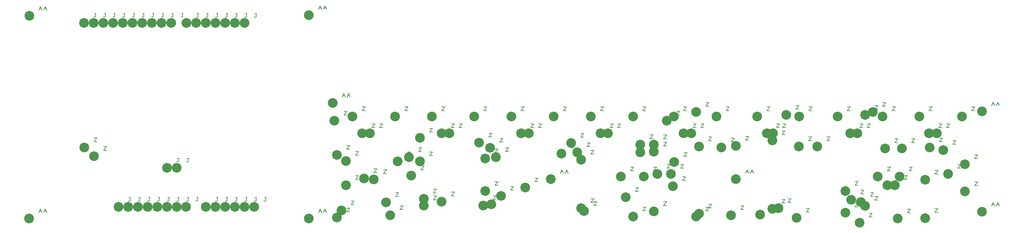
<source format=gbr>
G04 DesignSpark PCB Gerber Version 11.0 Build 5877*
G04 #@! TF.Part,Single*
G04 #@! TF.FileFunction,Drillmap*
G04 #@! TF.FilePolarity,Positive*
%FSLAX35Y35*%
%MOIN*%
%ADD22C,0.00500*%
G04 #@! TA.AperFunction,ViaPad*
%ADD21C,0.10000*%
G04 #@! TD.AperFunction*
X0Y0D02*
D02*
D21*
X80927Y13417D03*
X80967Y222703D03*
X137390Y215239D03*
X137630Y86750D03*
X147390Y215240D03*
X147630Y77750D03*
X157388Y215239D03*
X167388D03*
X173215Y25152D03*
X177388Y215239D03*
X183215Y25152D03*
X187388Y215239D03*
X193215Y25152D03*
X197388Y215239D03*
X203215Y25152D03*
X207388Y215239D03*
X213215Y25152D03*
X217388Y215239D03*
X223213Y65652D03*
X223215Y25152D03*
X227388Y215239D03*
X233213Y65652D03*
X233215Y25152D03*
X242750Y25250D03*
X243215Y215152D03*
X253215D03*
X263215Y25152D03*
Y215152D03*
X273215Y25152D03*
Y215152D03*
X283215Y25152D03*
Y215152D03*
X293215Y25152D03*
Y215152D03*
X303215Y25152D03*
Y215152D03*
X313215Y25152D03*
X369512Y223262D03*
X369514Y13417D03*
X394000Y132750D03*
X395734Y114250D03*
X398500Y14250D03*
Y79000D03*
X403000Y21500D03*
X407750Y47750D03*
Y72750D03*
X414500Y118750D03*
X424500Y101250D03*
X426500Y54750D03*
X432500Y101250D03*
X436500Y53750D03*
X449000Y30093D03*
X453500Y16500D03*
X458500Y118750D03*
X461250Y72250D03*
X472750Y76500D03*
X475250Y57750D03*
X484000Y72250D03*
Y96500D03*
X488000Y26750D03*
Y33750D03*
X496500Y118750D03*
X506500Y30750D03*
Y101250D03*
X514500D03*
X540000Y118750D03*
X545250Y91500D03*
X549500Y26750D03*
X551500Y41500D03*
Y75250D03*
X556500Y86250D03*
X557750Y28016D03*
X562500Y76500D03*
X567750Y36500D03*
X578500Y118750D03*
X588500Y101250D03*
X592750Y45250D03*
X596500Y101250D03*
X619000Y54000D03*
X622000Y118750D03*
X630250Y80250D03*
X640000Y91250D03*
X646500Y81500D03*
X650500Y24018D03*
Y74000D03*
X653500Y21018D03*
X660500Y118750D03*
X670500Y101250D03*
X678000D03*
X691500Y56500D03*
X696500Y35250D03*
X704000Y15250D03*
Y118750D03*
X711500Y81500D03*
Y89750D03*
X715250Y56500D03*
X725500Y20750D03*
Y82250D03*
Y89750D03*
X729079Y59250D03*
X738921Y114250D03*
X743000Y59250D03*
X745250Y46500D03*
X746000Y118750D03*
X746500Y71500D03*
X756000Y101250D03*
X764000D03*
X769000Y15250D03*
Y123250D03*
X772000Y18250D03*
Y87750D03*
X790000Y118750D03*
X795250Y86500D03*
X805250Y16500D03*
X810250Y54000D03*
Y88250D03*
X832000Y118750D03*
X835250Y17250D03*
X842000Y101250D03*
X847750Y23250D03*
Y94000D03*
X848500Y101250D03*
X854000Y24070D03*
X862000Y120250D03*
X872750Y14000D03*
X875250Y87750D03*
X875500Y118750D03*
X894000Y87750D03*
X915000Y118750D03*
X923000Y19250D03*
Y41750D03*
X928000Y101250D03*
X929000Y32750D03*
X935500Y101250D03*
X937750Y9000D03*
X939000Y30250D03*
X943500Y26250D03*
Y120250D03*
X951500Y123250D03*
X956500Y56500D03*
X961500Y118750D03*
X964000Y85750D03*
X966500Y47750D03*
X974000D03*
X977000Y13250D03*
X979000Y56500D03*
X981500Y85750D03*
X999500Y118750D03*
X1005500Y13750D03*
Y53250D03*
X1009500Y101250D03*
X1010250Y86500D03*
X1017500Y101250D03*
X1024000Y84000D03*
X1029000Y59250D03*
X1043500Y118750D03*
X1046500Y41250D03*
Y69250D03*
X1064000Y20250D03*
Y124000D03*
D02*
D22*
X90927Y19355D02*
X92490Y23105D01*
X94052Y19355D01*
X91552Y20917D02*
X93427D01*
X95927Y19355D02*
X97490Y23105D01*
X99052Y19355D01*
X96552Y20917D02*
X98427D01*
X90967Y228640D02*
X92529Y232390D01*
X94092Y228640D01*
X91592Y230203D02*
X93467D01*
X95967Y228640D02*
X97529Y232390D01*
X99092Y228640D01*
X96592Y230203D02*
X98467D01*
X147390Y221801D02*
X147702Y221489D01*
X148327Y221176D01*
X148952Y221489D01*
X149265Y221801D01*
Y224926D01*
X149890D01*
X149265D02*
X148015D01*
X147630Y96437D02*
X150755D01*
X147630Y92687D01*
X150755D01*
X157390Y221803D02*
X157702Y221490D01*
X158327Y221178D01*
X158952Y221490D01*
X159265Y221803D01*
Y224928D01*
X159890D01*
X159265D02*
X158015D01*
X157630Y87437D02*
X160755D01*
X157630Y83687D01*
X160755D01*
X167388Y221801D02*
X167700Y221489D01*
X168325Y221176D01*
X168950Y221489D01*
X169263Y221801D01*
Y224926D01*
X169888D01*
X169263D02*
X168013D01*
X177388Y221801D02*
X177700Y221489D01*
X178325Y221176D01*
X178950Y221489D01*
X179263Y221801D01*
Y224926D01*
X179888D01*
X179263D02*
X178013D01*
X183215Y31715D02*
X183527Y31402D01*
X184152Y31089D01*
X184777Y31402D01*
X185090Y31715D01*
Y34839D01*
X185715D01*
X185090D02*
X183840D01*
X187388Y221801D02*
X187700Y221489D01*
X188325Y221176D01*
X188950Y221489D01*
X189263Y221801D01*
Y224926D01*
X189888D01*
X189263D02*
X188013D01*
X193215Y31715D02*
X193527Y31402D01*
X194152Y31089D01*
X194777Y31402D01*
X195090Y31715D01*
Y34839D01*
X195715D01*
X195090D02*
X193840D01*
X197388Y221801D02*
X197700Y221489D01*
X198325Y221176D01*
X198950Y221489D01*
X199263Y221801D01*
Y224926D01*
X199888D01*
X199263D02*
X198013D01*
X203215Y31715D02*
X203527Y31402D01*
X204152Y31089D01*
X204777Y31402D01*
X205090Y31715D01*
Y34839D01*
X205715D01*
X205090D02*
X203840D01*
X207388Y221801D02*
X207700Y221489D01*
X208325Y221176D01*
X208950Y221489D01*
X209263Y221801D01*
Y224926D01*
X209888D01*
X209263D02*
X208013D01*
X213215Y31715D02*
X213527Y31402D01*
X214152Y31089D01*
X214777Y31402D01*
X215090Y31715D01*
Y34839D01*
X215715D01*
X215090D02*
X213840D01*
X217388Y221801D02*
X217700Y221489D01*
X218325Y221176D01*
X218950Y221489D01*
X219263Y221801D01*
Y224926D01*
X219888D01*
X219263D02*
X218013D01*
X223215Y31715D02*
X223527Y31402D01*
X224152Y31089D01*
X224777Y31402D01*
X225090Y31715D01*
Y34839D01*
X225715D01*
X225090D02*
X223840D01*
X227388Y221801D02*
X227700Y221489D01*
X228325Y221176D01*
X228950Y221489D01*
X229263Y221801D01*
Y224926D01*
X229888D01*
X229263D02*
X228013D01*
X233213Y72214D02*
X233525Y71902D01*
X234150Y71589D01*
X234775Y71902D01*
X235088Y72214D01*
Y75339D01*
X235713D01*
X235088D02*
X233838D01*
X233215Y31714D02*
X233527Y31402D01*
X234152Y31089D01*
X234777Y31402D01*
X235090Y31714D01*
Y34839D01*
X235715D01*
X235090D02*
X233840D01*
X237388Y221801D02*
X237700Y221489D01*
X238325Y221176D01*
X238950Y221489D01*
X239263Y221801D01*
Y224926D01*
X239888D01*
X239263D02*
X238013D01*
X243213Y72214D02*
X243525Y71902D01*
X244150Y71589D01*
X244775Y71902D01*
X245088Y72214D01*
Y75339D01*
X245713D01*
X245088D02*
X243838D01*
X243215Y31715D02*
X243527Y31402D01*
X244152Y31089D01*
X244777Y31402D01*
X245090Y31715D01*
Y34839D01*
X245715D01*
X245090D02*
X243840D01*
X252750Y31813D02*
X253063Y31500D01*
X253687Y31187D01*
X254313Y31500D01*
X254625Y31813D01*
Y34937D01*
X255250D01*
X254625D02*
X253375D01*
X253215Y221715D02*
X253527Y221402D01*
X254152Y221089D01*
X254777Y221402D01*
X255090Y221715D01*
Y224839D01*
X255715D01*
X255090D02*
X253840D01*
X263215Y221715D02*
X263527Y221402D01*
X264152Y221089D01*
X264777Y221402D01*
X265090Y221715D01*
Y224839D01*
X265715D01*
X265090D02*
X263840D01*
X273215Y31715D02*
X273527Y31402D01*
X274152Y31089D01*
X274777Y31402D01*
X275090Y31715D01*
Y34839D01*
X275715D01*
X275090D02*
X273840D01*
X273215Y221715D02*
X273527Y221402D01*
X274152Y221089D01*
X274777Y221402D01*
X275090Y221715D01*
Y224839D01*
X275715D01*
X275090D02*
X273840D01*
X283215Y31715D02*
X283527Y31402D01*
X284152Y31089D01*
X284777Y31402D01*
X285090Y31715D01*
Y34839D01*
X285715D01*
X285090D02*
X283840D01*
X283215Y221715D02*
X283527Y221402D01*
X284152Y221089D01*
X284777Y221402D01*
X285090Y221715D01*
Y224839D01*
X285715D01*
X285090D02*
X283840D01*
X293215Y31715D02*
X293527Y31402D01*
X294152Y31089D01*
X294777Y31402D01*
X295090Y31715D01*
Y34839D01*
X295715D01*
X295090D02*
X293840D01*
X293215Y221715D02*
X293527Y221402D01*
X294152Y221089D01*
X294777Y221402D01*
X295090Y221715D01*
Y224839D01*
X295715D01*
X295090D02*
X293840D01*
X303215Y31715D02*
X303527Y31402D01*
X304152Y31089D01*
X304777Y31402D01*
X305090Y31715D01*
Y34839D01*
X305715D01*
X305090D02*
X303840D01*
X303215Y221715D02*
X303527Y221402D01*
X304152Y221089D01*
X304777Y221402D01*
X305090Y221715D01*
Y224839D01*
X305715D01*
X305090D02*
X303840D01*
X313215Y31715D02*
X313527Y31402D01*
X314152Y31089D01*
X314777Y31402D01*
X315090Y31715D01*
Y34839D01*
X315715D01*
X315090D02*
X313840D01*
X313215Y221715D02*
X313527Y221402D01*
X314152Y221089D01*
X314777Y221402D01*
X315090Y221715D01*
Y224839D01*
X315715D01*
X315090D02*
X313840D01*
X323215Y31715D02*
X323527Y31402D01*
X324152Y31089D01*
X324777Y31402D01*
X325090Y31715D01*
Y34839D01*
X325715D01*
X325090D02*
X323840D01*
X379512Y229199D02*
X381074Y232949D01*
X382637Y229199D01*
X380137Y230762D02*
X382012D01*
X384512Y229199D02*
X386074Y232949D01*
X387637Y229199D01*
X385137Y230762D02*
X387012D01*
X379514Y19355D02*
X381076Y23105D01*
X382639Y19355D01*
X380139Y20917D02*
X382014D01*
X384514Y19355D02*
X386076Y23105D01*
X387639Y19355D01*
X385139Y20917D02*
X387014D01*
X404000Y138687D02*
X405563Y142437D01*
X407125Y138687D01*
X404625Y140250D02*
X406500D01*
X409000Y138687D02*
X410563Y142437D01*
X412125Y138687D01*
X409625Y140250D02*
X411500D01*
X405734Y123937D02*
X408859D01*
X405734Y120187D01*
X408859D01*
X408500Y23937D02*
X411625D01*
X408500Y20187D01*
X411625D01*
X408500Y88687D02*
X411625D01*
X408500Y84937D01*
X411625D01*
X413000Y31187D02*
X416125D01*
X413000Y27437D01*
X416125D01*
X417750Y57437D02*
X420875D01*
X417750Y53687D01*
X420875D01*
X417750Y82437D02*
X420875D01*
X417750Y78687D01*
X420875D01*
X424500Y128437D02*
X427625D01*
X424500Y124687D01*
X427625D01*
X434500Y110937D02*
X437625D01*
X434500Y107187D01*
X437625D01*
X436500Y64437D02*
X439625D01*
X436500Y60687D01*
X439625D01*
X442500Y110937D02*
X445625D01*
X442500Y107187D01*
X445625D01*
X446500Y63437D02*
X449625D01*
X446500Y59687D01*
X449625D01*
X459000Y39780D02*
X462125D01*
X459000Y36030D01*
X462125D01*
X463500Y26187D02*
X466625D01*
X463500Y22437D01*
X466625D01*
X468500Y128437D02*
X471625D01*
X468500Y124687D01*
X471625D01*
X471250Y81937D02*
X474375D01*
X471250Y78187D01*
X474375D01*
X482750Y86187D02*
X485875D01*
X482750Y82437D01*
X485875D01*
X485250Y67437D02*
X488375D01*
X485250Y63687D01*
X488375D01*
X494000Y81937D02*
X497125D01*
X494000Y78187D01*
X497125D01*
X494000Y106187D02*
X497125D01*
X494000Y102437D01*
X497125D01*
X498000Y36437D02*
X501125D01*
X498000Y32687D01*
X501125D01*
X498000Y43437D02*
X501125D01*
X498000Y39687D01*
X501125D01*
X506500Y128437D02*
X509625D01*
X506500Y124687D01*
X509625D01*
X516500Y40437D02*
X519625D01*
X516500Y36687D01*
X519625D01*
X516500Y110937D02*
X519625D01*
X516500Y107187D01*
X519625D01*
X524500Y110937D02*
X527625D01*
X524500Y107187D01*
X527625D01*
X550000Y128437D02*
X553125D01*
X550000Y124687D01*
X553125D01*
X555250Y101187D02*
X558375D01*
X555250Y97437D01*
X558375D01*
X559500Y36437D02*
X562625D01*
X559500Y32687D01*
X562625D01*
X561500Y51187D02*
X564625D01*
X561500Y47437D01*
X564625D01*
X561500Y84937D02*
X564625D01*
X561500Y81187D01*
X564625D01*
X566500Y95937D02*
X569625D01*
X566500Y92187D01*
X569625D01*
X567750Y37703D02*
X570875D01*
X567750Y33953D01*
X570875D01*
X572500Y86187D02*
X575625D01*
X572500Y82437D01*
X575625D01*
X577750Y46187D02*
X580875D01*
X577750Y42437D01*
X580875D01*
X588500Y128437D02*
X591625D01*
X588500Y124687D01*
X591625D01*
X598500Y110937D02*
X601625D01*
X598500Y107187D01*
X601625D01*
X602750Y54937D02*
X605875D01*
X602750Y51187D01*
X605875D01*
X606500Y110937D02*
X609625D01*
X606500Y107187D01*
X609625D01*
X629000Y59937D02*
X630563Y63687D01*
X632125Y59937D01*
X629625Y61500D02*
X631500D01*
X634000Y59937D02*
X635563Y63687D01*
X637125Y59937D01*
X634625Y61500D02*
X636500D01*
X632000Y128437D02*
X635125D01*
X632000Y124687D01*
X635125D01*
X640250Y89937D02*
X643375D01*
X640250Y86187D01*
X643375D01*
X650000Y100937D02*
X653125D01*
X650000Y97187D01*
X653125D01*
X656500Y91187D02*
X659625D01*
X656500Y87437D01*
X659625D01*
X660500Y33705D02*
X663625D01*
X660500Y29955D01*
X663625D01*
X660500Y83687D02*
X663625D01*
X660500Y79937D01*
X663625D01*
X663500Y30705D02*
X666625D01*
X663500Y26955D01*
X666625D01*
X670500Y128437D02*
X673625D01*
X670500Y124687D01*
X673625D01*
X680500Y110937D02*
X683625D01*
X680500Y107187D01*
X683625D01*
X688000Y110937D02*
X691125D01*
X688000Y107187D01*
X691125D01*
X701500Y66187D02*
X704625D01*
X701500Y62437D01*
X704625D01*
X706500Y44937D02*
X709625D01*
X706500Y41187D01*
X709625D01*
X714000Y24937D02*
X717125D01*
X714000Y21187D01*
X717125D01*
X714000Y128437D02*
X717125D01*
X714000Y124687D01*
X717125D01*
X721500Y91187D02*
X724625D01*
X721500Y87437D01*
X724625D01*
X721500Y99437D02*
X724625D01*
X721500Y95687D01*
X724625D01*
X725250Y66187D02*
X728375D01*
X725250Y62437D01*
X728375D01*
X735500Y30437D02*
X738625D01*
X735500Y26687D01*
X738625D01*
X735500Y91937D02*
X738625D01*
X735500Y88187D01*
X738625D01*
X735500Y99437D02*
X738625D01*
X735500Y95687D01*
X738625D01*
X739079Y68937D02*
X742204D01*
X739079Y65187D01*
X742204D01*
X748921Y123937D02*
X752046D01*
X748921Y120187D01*
X752046D01*
X753000Y68937D02*
X756125D01*
X753000Y65187D01*
X756125D01*
X755250Y56187D02*
X758375D01*
X755250Y52437D01*
X758375D01*
X756000Y128437D02*
X759125D01*
X756000Y124687D01*
X759125D01*
X756500Y81187D02*
X759625D01*
X756500Y77437D01*
X759625D01*
X766000Y110937D02*
X769125D01*
X766000Y107187D01*
X769125D01*
X774000Y110937D02*
X777125D01*
X774000Y107187D01*
X777125D01*
X779000Y24937D02*
X782125D01*
X779000Y21187D01*
X782125D01*
X779000Y132937D02*
X782125D01*
X779000Y129187D01*
X782125D01*
X782000Y27937D02*
X785125D01*
X782000Y24187D01*
X785125D01*
X782000Y97437D02*
X785125D01*
X782000Y93687D01*
X785125D01*
X800000Y128437D02*
X803125D01*
X800000Y124687D01*
X803125D01*
X805250Y96187D02*
X808375D01*
X805250Y92437D01*
X808375D01*
X815250Y26187D02*
X818375D01*
X815250Y22437D01*
X818375D01*
X820250Y59937D02*
X821813Y63687D01*
X823375Y59937D01*
X820875Y61500D02*
X822750D01*
X825250Y59937D02*
X826813Y63687D01*
X828375Y59937D01*
X825875Y61500D02*
X827750D01*
X820250Y97937D02*
X823375D01*
X820250Y94187D01*
X823375D01*
X842000Y128437D02*
X845125D01*
X842000Y124687D01*
X845125D01*
X845250Y26937D02*
X848375D01*
X845250Y23187D01*
X848375D01*
X852000Y110937D02*
X855125D01*
X852000Y107187D01*
X855125D01*
X857750Y32937D02*
X860875D01*
X857750Y29187D01*
X860875D01*
X857750Y103687D02*
X860875D01*
X857750Y99937D01*
X860875D01*
X858500Y110937D02*
X861625D01*
X858500Y107187D01*
X861625D01*
X864000Y33757D02*
X867125D01*
X864000Y30007D01*
X867125D01*
X872000Y129937D02*
X875125D01*
X872000Y126187D01*
X875125D01*
X882750Y23687D02*
X885875D01*
X882750Y19937D01*
X885875D01*
X885250Y97437D02*
X888375D01*
X885250Y93687D01*
X888375D01*
X885500Y128437D02*
X888625D01*
X885500Y124687D01*
X888625D01*
X904000Y97437D02*
X907125D01*
X904000Y93687D01*
X907125D01*
X925000Y128437D02*
X928125D01*
X925000Y124687D01*
X928125D01*
X933000Y28937D02*
X936125D01*
X933000Y25187D01*
X936125D01*
X933000Y51437D02*
X936125D01*
X933000Y47687D01*
X936125D01*
X938000Y110937D02*
X941125D01*
X938000Y107187D01*
X941125D01*
X939000Y42437D02*
X942125D01*
X939000Y38687D01*
X942125D01*
X945500Y110937D02*
X948625D01*
X945500Y107187D01*
X948625D01*
X947750Y18687D02*
X950875D01*
X947750Y14937D01*
X950875D01*
X949000Y39937D02*
X952125D01*
X949000Y36187D01*
X952125D01*
X953500Y35937D02*
X956625D01*
X953500Y32187D01*
X956625D01*
X953500Y129937D02*
X956625D01*
X953500Y126187D01*
X956625D01*
X961500Y132937D02*
X964625D01*
X961500Y129187D01*
X964625D01*
X966500Y66187D02*
X969625D01*
X966500Y62437D01*
X969625D01*
X971500Y128437D02*
X974625D01*
X971500Y124687D01*
X974625D01*
X974000Y95437D02*
X977125D01*
X974000Y91687D01*
X977125D01*
X976500Y57437D02*
X979625D01*
X976500Y53687D01*
X979625D01*
X984000Y57437D02*
X987125D01*
X984000Y53687D01*
X987125D01*
X987000Y22937D02*
X990125D01*
X987000Y19187D01*
X990125D01*
X989000Y66187D02*
X992125D01*
X989000Y62437D01*
X992125D01*
X991500Y95437D02*
X994625D01*
X991500Y91687D01*
X994625D01*
X1009500Y128437D02*
X1012625D01*
X1009500Y124687D01*
X1012625D01*
X1015500Y23437D02*
X1018625D01*
X1015500Y19687D01*
X1018625D01*
X1015500Y62937D02*
X1018625D01*
X1015500Y59187D01*
X1018625D01*
X1019500Y110937D02*
X1022625D01*
X1019500Y107187D01*
X1022625D01*
X1020250Y96187D02*
X1023375D01*
X1020250Y92437D01*
X1023375D01*
X1027500Y110937D02*
X1030625D01*
X1027500Y107187D01*
X1030625D01*
X1034000Y93687D02*
X1037125D01*
X1034000Y89937D01*
X1037125D01*
X1039000Y68937D02*
X1042125D01*
X1039000Y65187D01*
X1042125D01*
X1053500Y128437D02*
X1056625D01*
X1053500Y124687D01*
X1056625D01*
X1056500Y50937D02*
X1059625D01*
X1056500Y47187D01*
X1059625D01*
X1056500Y78937D02*
X1059625D01*
X1056500Y75187D01*
X1059625D01*
X1074000Y26187D02*
X1075563Y29937D01*
X1077125Y26187D01*
X1074625Y27750D02*
X1076500D01*
X1079000Y26187D02*
X1080563Y29937D01*
X1082125Y26187D01*
X1079625Y27750D02*
X1081500D01*
X1074000Y129937D02*
X1075563Y133687D01*
X1077125Y129937D01*
X1074625Y131500D02*
X1076500D01*
X1079000Y129937D02*
X1080563Y133687D01*
X1082125Y129937D01*
X1079625Y131500D02*
X1081500D01*
X0Y0D02*
M02*

</source>
